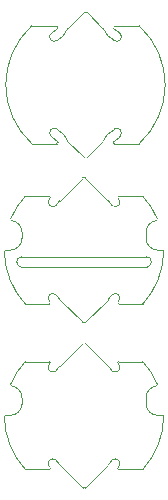
<source format=gbr>
%TF.GenerationSoftware,KiCad,Pcbnew,9.0.1*%
%TF.CreationDate,2025-07-16T17:05:51-04:00*%
%TF.ProjectId,flowstick_spacer_pcbs,666c6f77-7374-4696-936b-5f7370616365,rev?*%
%TF.SameCoordinates,Original*%
%TF.FileFunction,Profile,NP*%
%FSLAX46Y46*%
G04 Gerber Fmt 4.6, Leading zero omitted, Abs format (unit mm)*
G04 Created by KiCad (PCBNEW 9.0.1) date 2025-07-16 17:05:51*
%MOMM*%
%LPD*%
G01*
G04 APERTURE LIST*
%TA.AperFunction,Profile*%
%ADD10C,0.050000*%
%TD*%
G04 APERTURE END LIST*
D10*
X154750108Y-112500032D02*
X154750109Y-112500032D01*
X162953809Y-118560692D02*
X164976339Y-118560692D01*
X162953809Y-118560692D02*
G75*
G02*
X162891072Y-118382912I0J99960D01*
G01*
X162388786Y-117760155D02*
G75*
G02*
X162891025Y-118382854I251123J-311347D01*
G01*
X162138607Y-118079312D02*
G75*
G02*
X162388794Y-117760165I815202J-381420D01*
G01*
X162138607Y-118079312D02*
G75*
G02*
X162061326Y-118190469I-362498J169580D01*
G01*
X160123854Y-120127938D02*
X162061324Y-118190467D01*
X160123854Y-120127938D02*
G75*
G02*
X159876363Y-120127937I-123745J123745D01*
G01*
X157941077Y-118192650D02*
X159876363Y-120127937D01*
X157941077Y-118192650D02*
G75*
G02*
X157861611Y-118079312I282837J282836D01*
G01*
X157611432Y-117760155D02*
G75*
G02*
X157861611Y-118079312I-565027J-700543D01*
G01*
X157109192Y-118382855D02*
G75*
G02*
X157611432Y-117760155I251120J311350D01*
G01*
X157109192Y-118382855D02*
G75*
G02*
X157046411Y-118560692I-62780J-77837D01*
G01*
X155023880Y-118560692D02*
X157046411Y-118560692D01*
X155023880Y-118560692D02*
G75*
G02*
X153250872Y-114101536I4976209J4560655D01*
G01*
X153250872Y-114101536D02*
G75*
G02*
X153350863Y-114000032I99990J1503D01*
G01*
X153350863Y-114000032D02*
X153750111Y-114000032D01*
X154750109Y-113000032D02*
G75*
G02*
X153750111Y-114000032I-999999J-1D01*
G01*
X154750109Y-113000032D02*
X154750109Y-112500032D01*
X153864887Y-111506641D02*
G75*
G02*
X154750108Y-112500032I-114777J-993389D01*
G01*
X153864887Y-111506641D02*
G75*
G02*
X153784278Y-111368313I11478J99340D01*
G01*
X153784278Y-111368313D02*
G75*
G02*
X155023879Y-109439372I6215776J-2631687D01*
G01*
X157046414Y-109439372D02*
X155023879Y-109439372D01*
X157046414Y-109439372D02*
G75*
G02*
X157109192Y-109617209I0J-99999D01*
G01*
X157611432Y-110239909D02*
G75*
G02*
X157109192Y-109617209I-251120J311350D01*
G01*
X157861611Y-109920752D02*
G75*
G02*
X157611432Y-110239909I-815206J381386D01*
G01*
X157861611Y-109920752D02*
G75*
G02*
X157941077Y-109807414I362303J-169498D01*
G01*
X159876364Y-107872126D02*
X157941077Y-109807414D01*
X159876364Y-107872126D02*
G75*
G02*
X160123855Y-107872127I123745J-123746D01*
G01*
X162059134Y-109807407D02*
X160123855Y-107872127D01*
X162059134Y-109807407D02*
G75*
G02*
X162138611Y-109920750I-282925J-282925D01*
G01*
X162388786Y-110239909D02*
G75*
G02*
X162138595Y-109920758I565023J700577D01*
G01*
X162891026Y-109617209D02*
G75*
G02*
X162388815Y-110239873I-251117J-311323D01*
G01*
X162891026Y-109617209D02*
G75*
G02*
X162953749Y-109439373I62723J77857D01*
G01*
X164976338Y-109439372D02*
X162953749Y-109439372D01*
X164976338Y-109439372D02*
G75*
G02*
X166215941Y-111368312I-4976149J-4560620D01*
G01*
X166215940Y-111368313D02*
G75*
G02*
X166135340Y-111506718I-92131J-39019D01*
G01*
X165250109Y-112500032D02*
G75*
G02*
X166135331Y-111506641I1000000J0D01*
G01*
X165250109Y-112500032D02*
X165250109Y-113000032D01*
X166250109Y-114000032D02*
G75*
G02*
X165250109Y-113000032I0J1000000D01*
G01*
X166250109Y-114000032D02*
X166649309Y-114000032D01*
X166649309Y-114000032D02*
G75*
G02*
X166749399Y-114101537I0J-100100D01*
G01*
X166749346Y-114101536D02*
G75*
G02*
X164976339Y-118560692I-6749222J101500D01*
G01*
X154750054Y-98500032D02*
X154750055Y-98500032D01*
X154300055Y-101030033D02*
X154300055Y-100970031D01*
X154700054Y-101430032D02*
G75*
G02*
X154300055Y-101030033I0J399999D01*
G01*
X165300055Y-101430032D02*
X154700054Y-101430032D01*
X165700055Y-101030032D02*
G75*
G02*
X165300055Y-101430032I-400000J0D01*
G01*
X165700055Y-101030032D02*
X165700055Y-100970032D01*
X165300055Y-100570032D02*
G75*
G02*
X165700055Y-100970032I0J-400000D01*
G01*
X165300055Y-100570032D02*
X154700053Y-100570032D01*
X154300055Y-100970031D02*
G75*
G02*
X154700053Y-100570032I399999J0D01*
G01*
X165250055Y-98500032D02*
X165250055Y-99000032D01*
X166250055Y-100000032D02*
G75*
G02*
X165250055Y-99000032I0J1000000D01*
G01*
X166250055Y-100000032D02*
X166649255Y-100000032D01*
X166649255Y-100000032D02*
G75*
G02*
X166749345Y-100101537I0J-100100D01*
G01*
X166749292Y-100101536D02*
G75*
G02*
X164976285Y-104560692I-6749222J101500D01*
G01*
X162953755Y-104560692D02*
X164976285Y-104560692D01*
X162953755Y-104560692D02*
G75*
G02*
X162891018Y-104382912I0J99960D01*
G01*
X162388732Y-103760155D02*
G75*
G02*
X162890971Y-104382854I251123J-311347D01*
G01*
X162138553Y-104079312D02*
G75*
G02*
X162388740Y-103760165I815202J-381420D01*
G01*
X162138553Y-104079312D02*
G75*
G02*
X162061272Y-104190469I-362498J169580D01*
G01*
X160123801Y-106127937D02*
X162061270Y-104190467D01*
X160123801Y-106127937D02*
G75*
G02*
X159876310Y-106127938I-123746J123745D01*
G01*
X157941023Y-104192650D02*
X159876310Y-106127938D01*
X157941023Y-104192650D02*
G75*
G02*
X157861557Y-104079312I282837J282836D01*
G01*
X157611378Y-103760155D02*
G75*
G02*
X157861557Y-104079312I-565027J-700543D01*
G01*
X157109138Y-104382855D02*
G75*
G02*
X157611378Y-103760155I251120J311350D01*
G01*
X157109138Y-104382855D02*
G75*
G02*
X157046357Y-104560692I-62780J-77837D01*
G01*
X155023826Y-104560692D02*
X157046357Y-104560692D01*
X155023826Y-104560692D02*
G75*
G02*
X153250818Y-100101536I4976209J4560655D01*
G01*
X153250818Y-100101536D02*
G75*
G02*
X153350809Y-100000032I99990J1503D01*
G01*
X153750056Y-100000032D02*
X153350809Y-100000032D01*
X154750055Y-99000033D02*
G75*
G02*
X153750056Y-100000032I-999999J0D01*
G01*
X154750055Y-98500032D02*
X154750055Y-99000033D01*
X153864833Y-97506641D02*
G75*
G02*
X154750054Y-98500032I-114777J-993389D01*
G01*
X153864833Y-97506641D02*
G75*
G02*
X153784224Y-97368313I11478J99340D01*
G01*
X153784224Y-97368313D02*
G75*
G02*
X155023825Y-95439372I6215776J-2631687D01*
G01*
X157046360Y-95439372D02*
X155023825Y-95439372D01*
X157046360Y-95439372D02*
G75*
G02*
X157109138Y-95617209I0J-99999D01*
G01*
X157611378Y-96239909D02*
G75*
G02*
X157109138Y-95617209I-251120J311350D01*
G01*
X157861557Y-95920752D02*
G75*
G02*
X157611378Y-96239909I-815206J381386D01*
G01*
X157861557Y-95920752D02*
G75*
G02*
X157941023Y-95807414I362303J-169498D01*
G01*
X159876309Y-93872127D02*
X157941023Y-95807414D01*
X159876309Y-93872127D02*
G75*
G02*
X160123800Y-93872126I123746J-123744D01*
G01*
X162059080Y-95807407D02*
X160123800Y-93872126D01*
X162059080Y-95807407D02*
G75*
G02*
X162138557Y-95920750I-282925J-282925D01*
G01*
X162388732Y-96239909D02*
G75*
G02*
X162138541Y-95920758I565023J700577D01*
G01*
X162890972Y-95617209D02*
G75*
G02*
X162388761Y-96239873I-251117J-311323D01*
G01*
X162890972Y-95617209D02*
G75*
G02*
X162953695Y-95439373I62723J77857D01*
G01*
X164976284Y-95439372D02*
X162953695Y-95439372D01*
X164976284Y-95439372D02*
G75*
G02*
X166215887Y-97368312I-4976149J-4560620D01*
G01*
X166215886Y-97368313D02*
G75*
G02*
X166135286Y-97506718I-92131J-39019D01*
G01*
X165250055Y-98500032D02*
G75*
G02*
X166135277Y-97506641I1000000J0D01*
G01*
X157232768Y-90382682D02*
G75*
G02*
X157735100Y-89760056I251295J311209D01*
G01*
X161986420Y-81815770D02*
G75*
G02*
X161675068Y-81320770I564840J700700D01*
G01*
X155572705Y-90984924D02*
G75*
G02*
X155572705Y-81015076I4551150J4984924D01*
G01*
X157767181Y-90814212D02*
G75*
G02*
X157696475Y-90984925I-70706J-70714D01*
G01*
X157696476Y-81015076D02*
G75*
G02*
X157750723Y-81199077I0J-99997D01*
G01*
X160247606Y-92127905D02*
G75*
G02*
X160000115Y-92127906I-123746J123745D01*
G01*
X161675067Y-90679230D02*
G75*
G02*
X161648435Y-90727074I-97307J22830D01*
G01*
X158572653Y-81320770D02*
G75*
G02*
X158261301Y-81815769I-876194J205703D01*
G01*
X157735098Y-82239944D02*
X157735099Y-82239945D01*
X160000114Y-79872095D02*
X158599296Y-81272913D01*
X158261301Y-90184231D02*
X157735100Y-89760056D01*
X162551260Y-81015109D02*
X162551260Y-81015076D01*
X155572705Y-90984924D02*
X157696475Y-90984924D01*
X163014924Y-81617295D02*
G75*
G02*
X162512619Y-82239885I-251264J-311205D01*
G01*
X157735099Y-82239945D02*
X158261301Y-81815769D01*
X163014924Y-81617295D02*
X162480538Y-81185788D01*
X161648436Y-81272925D02*
G75*
G02*
X161675068Y-81320770I-70676J-70675D01*
G01*
X160000114Y-79872095D02*
G75*
G02*
X160247605Y-79872094I123746J-123744D01*
G01*
X162551260Y-90984924D02*
X164675015Y-90984924D01*
X162512609Y-89760065D02*
G75*
G02*
X163019660Y-90378879I251051J-311435D01*
G01*
X158599297Y-81272914D02*
X158599296Y-81272913D01*
X162497278Y-90800695D02*
X163019660Y-90378879D01*
X162551260Y-90984924D02*
G75*
G02*
X162497277Y-90800694I0J100024D01*
G01*
X164675015Y-81015076D02*
G75*
G02*
X164675015Y-90984924I-4551150J-4984924D01*
G01*
X164675015Y-81015076D02*
X162551260Y-81015076D01*
X162480538Y-81185788D02*
G75*
G02*
X162551260Y-81015108I70722J70688D01*
G01*
X161986420Y-81815770D02*
X162512591Y-82239921D01*
X161648436Y-81272925D02*
X160247605Y-79872094D01*
X158572653Y-81320770D02*
G75*
G02*
X158599297Y-81272914I97338J-22848D01*
G01*
X157735098Y-82239944D02*
G75*
G02*
X157232767Y-81617319I-251036J311417D01*
G01*
X157750723Y-81199078D02*
X157232767Y-81617319D01*
X157696476Y-81015076D02*
X155572705Y-81015076D01*
X157232768Y-90382682D02*
X157767181Y-90814212D01*
X158261301Y-90184231D02*
G75*
G02*
X158572653Y-90679230I-564842J-700702D01*
G01*
X158599297Y-90727088D02*
G75*
G02*
X158572653Y-90679230I70711J70713D01*
G01*
X158599297Y-90727088D02*
X160000115Y-92127906D01*
X160247606Y-92127905D02*
X161648436Y-90727075D01*
X161675067Y-90679230D02*
G75*
G02*
X161986417Y-90184228I876183J-205690D01*
G01*
X162512609Y-89760065D02*
X161986419Y-90184231D01*
X162512596Y-82239914D02*
X162512591Y-82239921D01*
M02*

</source>
